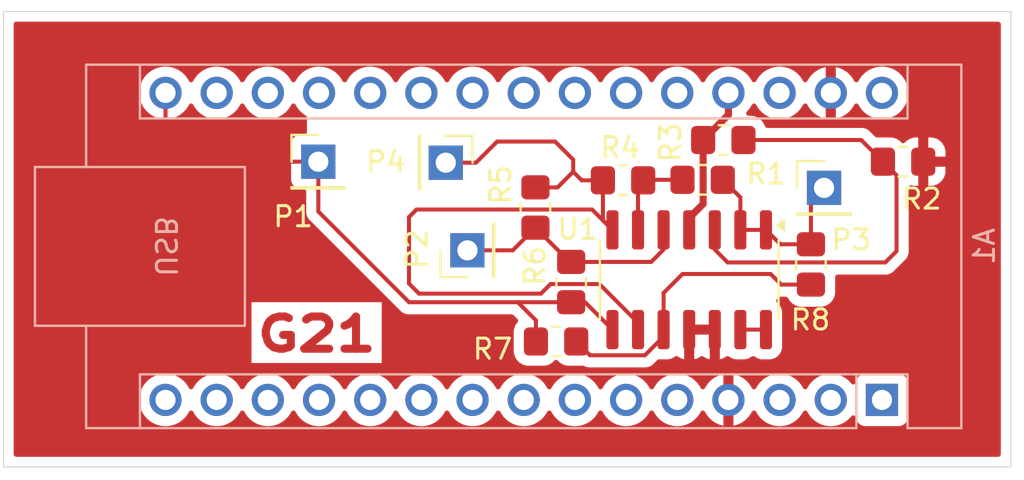
<source format=kicad_pcb>
(kicad_pcb (version 20240108) (generator "pcbnew") (generator_version "8.0")
  (layers (0 "F.Cu" signal) (31 "B.Cu" signal) (34 "B.Paste" user) (35 "F.Paste" user) (36 "B.SilkS" user "B.Silkscreen") (37 "F.SilkS" user "F.Silkscreen") (38 "B.Mask" user) (39 "F.Mask" user) (44 "Edge.Cuts" user))
  (net 0 "")
  (net 2 "+5V")
  (net 7 "GND")
  (net 15 "A0")
  (net 30 "Net-(U1A-+)")
  (net 31 "Net-(U1B--)")
  (net 32 "Net-(U1C-+)")
  (net 33 "Net-(U1D--)")
  (net 34 "Net-(P2-Pin_1)")
  (net 35 "Net-(P3-Pin_1)")
  (net 36 "Net-(P4-Pin_1)")
  (footprint "Resistor_SMD:R_0805_2012Metric_Pad1.20x1.40mm_HandSolder" (layer "F.Cu") (at 50.775 38.325 180)
    (property "Reference" "R4" (at 0.15 1.625 180) (layer "F.SilkS"))
    (property "Value" "1k")
    (fp_line (start -0.227064 0.735) (end 0.227064 0.735) (stroke (width 0.12)) (layer "F.SilkS"))
    (fp_line (start -0.227064 -0.735) (end 0.227064 -0.735) (stroke (width 0.12)) (layer "F.SilkS"))
    (pad "1" smd roundrect (at -1 0 180) (size 1.2 1.4) (layers "F.Cu" "F.Paste" "F.Mask") (roundrect_rratio 0.2083333333) (net 31 "Net-(U1B--)"))
    (pad "2" smd roundrect (at 1 0 180) (size 1.2 1.4) (layers "F.Cu" "F.Paste" "F.Mask") (roundrect_rratio 0.2083333333) (net 36 "Net-(P4-Pin_1)"))
  )
  (footprint "Resistor_SMD:R_0805_2012Metric_Pad1.20x1.40mm_HandSolder" (layer "F.Cu") (at 47.45 46.325 180)
    (property "Reference" "R7" (at 3.15 -0.375 180) (layer "F.SilkS"))
    (property "Value" "10k")
    (fp_line (start -0.227064 0.735) (end 0.227064 0.735) (stroke (width 0.12)) (layer "F.SilkS"))
    (fp_line (start -0.227064 -0.735) (end 0.227064 -0.735) (stroke (width 0.12)) (layer "F.SilkS"))
    (pad "1" smd roundrect (at -1 0 180) (size 1.2 1.4) (layers "F.Cu" "F.Paste" "F.Mask") (roundrect_rratio 0.2083333333) (net 32 "Net-(U1C-+)"))
    (pad "2" smd roundrect (at 1 0 180) (size 1.2 1.4) (layers "F.Cu" "F.Paste" "F.Mask") (roundrect_rratio 0.2083333333) (net 15 "A0"))
  )
  (footprint "Connector_PinHeader_2.54mm:PinHeader_1x01_P2.54mm_Vertical" (layer "F.Cu") (at 60.75 38.7)
    (property "Reference" "P3" (at 1.35 2.575 0) (layer "F.SilkS"))
    (property "Value" "Conn_01x01_Socket")
    (fp_line (start -1.33 -1.33) (end 0 -1.33) (stroke (width 0.12)) (layer "F.SilkS"))
    (fp_line (start -1.33 0) (end -1.33 -1.33) (stroke (width 0.12)) (layer "F.SilkS"))
    (fp_line (start -1.33 1.27) (end -1.33 1.33) (stroke (width 0.12)) (layer "F.SilkS"))
    (fp_line (start -1.33 1.27) (end 1.33 1.27) (stroke (width 0.12)) (layer "F.SilkS"))
    (fp_line (start -1.33 1.33) (end 1.33 1.33) (stroke (width 0.12)) (layer "F.SilkS"))
    (fp_line (start 1.33 1.27) (end 1.33 1.33) (stroke (width 0.12)) (layer "F.SilkS"))
    (pad "1" thru_hole rect (at 0 0) (size 1.7 1.7) (drill 1) (layers "*.Cu" "*.Mask") (net 35 "Net-(P3-Pin_1)"))
  )
  (footprint "Resistor_SMD:R_0805_2012Metric_Pad1.20x1.40mm_HandSolder" (layer "F.Cu") (at 48.2 43.375 90)
    (property "Reference" "R6" (at 0.8 -1.8 -90) (layer "F.SilkS"))
    (property "Value" "1M")
    (fp_line (start -0.227064 -0.735) (end 0.227064 -0.735) (stroke (width 0.12)) (layer "F.SilkS"))
    (fp_line (start -0.227064 0.735) (end 0.227064 0.735) (stroke (width 0.12)) (layer "F.SilkS"))
    (pad "1" smd roundrect (at -1 0 90) (size 1.2 1.4) (layers "F.Cu" "F.Paste" "F.Mask") (roundrect_rratio 0.2083333333) (net 15 "A0"))
    (pad "2" smd roundrect (at 1 0 90) (size 1.2 1.4) (layers "F.Cu" "F.Paste" "F.Mask") (roundrect_rratio 0.2083333333) (net 34 "Net-(P2-Pin_1)"))
  )
  (footprint "Connector_PinHeader_2.54mm:PinHeader_1x01_P2.54mm_Vertical" (layer "F.Cu") (at 35.65 37.4)
    (property "Reference" "P1" (at -1.25 2.725 0) (layer "F.SilkS"))
    (property "Value" "Conn_01x01_Socket")
    (fp_line (start -1.33 -1.33) (end 0 -1.33) (stroke (width 0.12)) (layer "F.SilkS"))
    (fp_line (start -1.33 0) (end -1.33 -1.33) (stroke (width 0.12)) (layer "F.SilkS"))
    (fp_line (start -1.33 1.27) (end -1.33 1.33) (stroke (width 0.12)) (layer "F.SilkS"))
    (fp_line (start -1.33 1.27) (end 1.33 1.27) (stroke (width 0.12)) (layer "F.SilkS"))
    (fp_line (start -1.33 1.33) (end 1.33 1.33) (stroke (width 0.12)) (layer "F.SilkS"))
    (fp_line (start 1.33 1.27) (end 1.33 1.33) (stroke (width 0.12)) (layer "F.SilkS"))
    (pad "1" thru_hole rect (at 0 0) (size 1.7 1.7) (drill 1) (layers "*.Cu" "*.Mask") (net 15 "A0"))
  )
  (footprint "Resistor_SMD:R_0805_2012Metric_Pad1.20x1.40mm_HandSolder" (layer "F.Cu") (at 60.1 42.5 90)
    (property "Reference" "R8" (at -2.75 -0.025 0) (layer "F.SilkS"))
    (property "Value" "10k")
    (fp_line (start -0.227064 -0.735) (end 0.227064 -0.735) (stroke (width 0.12)) (layer "F.SilkS"))
    (fp_line (start -0.227064 0.735) (end 0.227064 0.735) (stroke (width 0.12)) (layer "F.SilkS"))
    (pad "1" smd roundrect (at -1 0 90) (size 1.2 1.4) (layers "F.Cu" "F.Paste" "F.Mask") (roundrect_rratio 0.2083333333) (net 32 "Net-(U1C-+)"))
    (pad "2" smd roundrect (at 1 0 90) (size 1.2 1.4) (layers "F.Cu" "F.Paste" "F.Mask") (roundrect_rratio 0.2083333333) (net 35 "Net-(P3-Pin_1)"))
  )
  (footprint "Resistor_SMD:R_0805_2012Metric_Pad1.20x1.40mm_HandSolder" (layer "F.Cu") (at 64.675 37.4)
    (property "Reference" "R2" (at 0.925001 1.849999 180) (layer "F.SilkS"))
    (property "Value" "10k")
    (fp_line (start -0.227064 -0.735) (end 0.227064 -0.735) (stroke (width 0.12)) (layer "F.SilkS"))
    (fp_line (start -0.227064 0.735) (end 0.227064 0.735) (stroke (width 0.12)) (layer "F.SilkS"))
    (pad "1" smd roundrect (at -1 0) (size 1.2 1.4) (layers "F.Cu" "F.Paste" "F.Mask") (roundrect_rratio 0.2083333333) (net 30 "Net-(U1A-+)"))
    (pad "2" smd roundrect (at 1 0) (size 1.2 1.4) (layers "F.Cu" "F.Paste" "F.Mask") (roundrect_rratio 0.2083333333) (net 7 "GND"))
  )
  (footprint "Connector_PinHeader_2.54mm:PinHeader_1x01_P2.54mm_Vertical" (layer "F.Cu") (at 41.975 37.45 -90)
    (property "Reference" "P4" (at -0.050001 2.974999 180) (layer "F.SilkS"))
    (property "Value" "Conn_01x01_Socket")
    (fp_line (start -1.33 1.33) (end 1.33 1.33) (stroke (width 0.12)) (layer "F.SilkS"))
    (fp_line (start -1.33 1.27) (end -1.33 1.33) (stroke (width 0.12)) (layer "F.SilkS"))
    (fp_line (start -1.33 1.27) (end 1.33 1.27) (stroke (width 0.12)) (layer "F.SilkS"))
    (fp_line (start 1.33 1.27) (end 1.33 1.33) (stroke (width 0.12)) (layer "F.SilkS"))
    (fp_line (start -1.33 0) (end -1.33 -1.33) (stroke (width 0.12)) (layer "F.SilkS"))
    (fp_line (start -1.33 -1.33) (end 0 -1.33) (stroke (width 0.12)) (layer "F.SilkS"))
    (pad "1" thru_hole rect (at 0 0 270) (size 1.7 1.7) (drill 1) (layers "*.Cu" "*.Mask") (net 36 "Net-(P4-Pin_1)"))
  )
  (footprint "Resistor_SMD:R_0805_2012Metric_Pad1.20x1.40mm_HandSolder" (layer "F.Cu") (at 55.75 36.325)
    (property "Reference" "R1" (at 2.125 1.675 0) (layer "F.SilkS"))
    (property "Value" "10k")
    (fp_line (start -0.227064 -0.735) (end 0.227064 -0.735) (stroke (width 0.12)) (layer "F.SilkS"))
    (fp_line (start -0.227064 0.735) (end 0.227064 0.735) (stroke (width 0.12)) (layer "F.SilkS"))
    (pad "1" smd roundrect (at -1 0) (size 1.2 1.4) (layers "F.Cu" "F.Paste" "F.Mask") (roundrect_rratio 0.2083333333) (net 2 "+5V"))
    (pad "2" smd roundrect (at 1 0) (size 1.2 1.4) (layers "F.Cu" "F.Paste" "F.Mask") (roundrect_rratio 0.2083333333) (net 30 "Net-(U1A-+)"))
  )
  (footprint "Resistor_SMD:R_0805_2012Metric_Pad1.20x1.40mm_HandSolder" (layer "F.Cu") (at 54.725 38.3 180)
    (property "Reference" "R3" (at 1.6 1.85 -90) (layer "F.SilkS"))
    (property "Value" "1k")
    (fp_line (start -0.227064 0.735) (end 0.227064 0.735) (stroke (width 0.12)) (layer "F.SilkS"))
    (fp_line (start -0.227064 -0.735) (end 0.227064 -0.735) (stroke (width 0.12)) (layer "F.SilkS"))
    (pad "1" smd roundrect (at -1 0 180) (size 1.2 1.4) (layers "F.Cu" "F.Paste" "F.Mask") (roundrect_rratio 0.2083333333) (net 35 "Net-(P3-Pin_1)"))
    (pad "2" smd roundrect (at 1 0 180) (size 1.2 1.4) (layers "F.Cu" "F.Paste" "F.Mask") (roundrect_rratio 0.2083333333) (net 31 "Net-(U1B--)"))
  )
  (footprint "Resistor_SMD:R_0805_2012Metric_Pad1.20x1.40mm_HandSolder" (layer "F.Cu") (at 46.425 39.675 90)
    (property "Reference" "R5" (at 1.125 -1.725 -90) (layer "F.SilkS"))
    (property "Value" "1M")
    (fp_line (start -0.227064 -0.735) (end 0.227064 -0.735) (stroke (width 0.12)) (layer "F.SilkS"))
    (fp_line (start -0.227064 0.735) (end 0.227064 0.735) (stroke (width 0.12)) (layer "F.SilkS"))
    (pad "1" smd roundrect (at -1 0 90) (size 1.2 1.4) (layers "F.Cu" "F.Paste" "F.Mask") (roundrect_rratio 0.2083333333) (net 34 "Net-(P2-Pin_1)"))
    (pad "2" smd roundrect (at 1 0 90) (size 1.2 1.4) (layers "F.Cu" "F.Paste" "F.Mask") (roundrect_rratio 0.2083333333) (net 36 "Net-(P4-Pin_1)"))
  )
  (footprint "Package_SO:SOIC-14_3.9x8.7mm_P1.27mm" (layer "F.Cu") (at 54.0575 43.26 -90)
    (property "Reference" "U1" (at -2.51 5.5325 180) (layer "F.SilkS"))
    (property "Value" "ADA4622-4ARZ")
    (fp_line (start 0 4.435) (end -1.95 4.435) (stroke (width 0.12)) (layer "F.SilkS"))
    (fp_line (start 0 4.435) (end 1.95 4.435) (stroke (width 0.12)) (layer "F.SilkS"))
    (fp_line (start 0 -4.435) (end -1.95 -4.435) (stroke (width 0.12)) (layer "F.SilkS"))
    (fp_line (start 0 -4.435) (end 1.95 -4.435) (stroke (width 0.12)) (layer "F.SilkS"))
    (fp_poly (pts (xy -2.7 -4.37) (xy -2.94 -4.7) (xy -2.46 -4.7) (xy -2.7 -4.37)) (stroke (width 0.12)) (fill solid) (layer "F.SilkS"))
    (pad "1" smd roundrect (at -2.475 -3.81 270) (size 1.95 0.6) (layers "F.Cu" "F.Paste" "F.Mask") (net 35 "Net-(P3-Pin_1)"))
    (pad "2" smd roundrect (at -2.475 -2.54 270) (size 1.95 0.6) (layers "F.Cu" "F.Paste" "F.Mask") (net 35 "Net-(P3-Pin_1)"))
    (pad "3" smd roundrect (at -2.475 -1.27 270) (size 1.95 0.6) (layers "F.Cu" "F.Paste" "F.Mask") (net 30 "Net-(U1A-+)"))
    (pad "4" smd roundrect (at -2.475 0 270) (size 1.95 0.6) (layers "F.Cu" "F.Paste" "F.Mask") (net 2 "+5V"))
    (pad "5" smd roundrect (at -2.475 1.27 270) (size 1.95 0.6) (layers "F.Cu" "F.Paste" "F.Mask") (net 34 "Net-(P2-Pin_1)"))
    (pad "6" smd roundrect (at -2.475 2.54 270) (size 1.95 0.6) (layers "F.Cu" "F.Paste" "F.Mask") (net 31 "Net-(U1B--)"))
    (pad "7" smd roundrect (at -2.475 3.81 270) (size 1.95 0.6) (layers "F.Cu" "F.Paste" "F.Mask") (net 36 "Net-(P4-Pin_1)"))
    (pad "8" smd roundrect (at 2.475 3.81 270) (size 1.95 0.6) (layers "F.Cu" "F.Paste" "F.Mask") (net 15 "A0"))
    (pad "9" smd roundrect (at 2.475 2.54 270) (size 1.95 0.6) (layers "F.Cu" "F.Paste" "F.Mask") (net 36 "Net-(P4-Pin_1)"))
    (pad "10" smd roundrect (at 2.475 1.27 270) (size 1.95 0.6) (layers "F.Cu" "F.Paste" "F.Mask") (net 32 "Net-(U1C-+)"))
    (pad "11" smd roundrect (at 2.475 0 270) (size 1.95 0.6) (layers "F.Cu" "F.Paste" "F.Mask") (net 7 "GND"))
    (pad "12" smd roundrect (at 2.475 -1.27 270) (size 1.95 0.6) (layers "F.Cu" "F.Paste" "F.Mask") (net 7 "GND"))
    (pad "13" smd roundrect (at 2.475 -2.54 270) (size 1.95 0.6) (layers "F.Cu" "F.Paste" "F.Mask") (net 33 "Net-(U1D--)"))
    (pad "14" smd roundrect (at 2.475 -3.81 270) (size 1.95 0.6) (layers "F.Cu" "F.Paste" "F.Mask") (net 33 "Net-(U1D--)"))
  )
  (footprint "Connector_PinHeader_2.54mm:PinHeader_1x01_P2.54mm_Vertical" (layer "F.Cu") (at 43.05 41.8 90)
    (property "Reference" "P2" (at 0.05 -2.5 -90) (layer "F.SilkS"))
    (property "Value" "Conn_01x01_Socket")
    (fp_line (start -1.33 -1.33) (end 0 -1.33) (stroke (width 0.12)) (layer "F.SilkS"))
    (fp_line (start -1.33 0) (end -1.33 -1.33) (stroke (width 0.12)) (layer "F.SilkS"))
    (fp_line (start 1.33 1.27) (end 1.33 1.33) (stroke (width 0.12)) (layer "F.SilkS"))
    (fp_line (start -1.33 1.27) (end 1.33 1.27) (stroke (width 0.12)) (layer "F.SilkS"))
    (fp_line (start -1.33 1.27) (end -1.33 1.33) (stroke (width 0.12)) (layer "F.SilkS"))
    (fp_line (start -1.33 1.33) (end 1.33 1.33) (stroke (width 0.12)) (layer "F.SilkS"))
    (pad "1" thru_hole rect (at 0 0 90) (size 1.7 1.7) (drill 1) (layers "*.Cu" "*.Mask") (net 34 "Net-(P2-Pin_1)"))
  )
  (footprint "Module:Arduino_Nano" (layer "B.Cu") (at 63.625 49.225 90)
    (property "Reference" "A1" (at 7.62 5.08 -90) (layer "B.SilkS") (effects (justify mirror)))
    (property "Value" "Arduino_Nano_v3.x")
    (fp_line (start 11.56 -42.04) (end 11.56 -31.62) (stroke (width 0.12)) (layer "B.SilkS"))
    (fp_line (start 3.68 -42.04) (end 11.56 -42.04) (stroke (width 0.12)) (layer "B.SilkS"))
    (fp_line (start 11.56 -39.5) (end 16.64 -39.5) (stroke (width 0.12)) (layer "B.SilkS"))
    (fp_line (start 3.68 -39.5) (end -1.4 -39.5) (stroke (width 0.12)) (layer "B.SilkS"))
    (fp_line (start -1.4 -39.5) (end -1.4 -1.27) (stroke (width 0.12)) (layer "B.SilkS"))
    (fp_line (start 16.64 -36.83) (end 13.97 -36.83) (stroke (width 0.12)) (layer "B.SilkS"))
    (fp_line (start 13.97 -36.83) (end 13.97 1.27) (stroke (width 0.12)) (layer "B.SilkS"))
    (fp_line (start 1.27 -36.83) (end 1.27 -1.27) (stroke (width 0.12)) (layer "B.SilkS"))
    (fp_line (start -1.4 -36.83) (end 1.27 -36.83) (stroke (width 0.12)) (layer "B.SilkS"))
    (fp_line (start 11.56 -31.62) (end 3.68 -31.62) (stroke (width 0.12)) (layer "B.SilkS"))
    (fp_line (start 3.68 -31.62) (end 3.68 -42.04) (stroke (width 0.12)) (layer "B.SilkS"))
    (fp_line (start -1.4 -1.27) (end 1.27 -1.27) (stroke (width 0.12)) (layer "B.SilkS"))
    (fp_line (start 16.64 1.27) (end 13.97 1.27) (stroke (width 0.12)) (layer "B.SilkS"))
    (fp_line (start 1.27 1.27) (end 1.27 -1.27) (stroke (width 0.12)) (layer "B.SilkS"))
    (fp_line (start -1.4 1.27) (end 1.27 1.27) (stroke (width 0.12)) (layer "B.SilkS"))
    (fp_line (start -1.4 1.27) (end -1.4 3.94) (stroke (width 0.12)) (layer "B.SilkS"))
    (fp_line (start 16.64 3.94) (end 16.64 -39.5) (stroke (width 0.12)) (layer "B.SilkS"))
    (fp_line (start -1.4 3.94) (end 16.64 3.94) (stroke (width 0.12)) (layer "B.SilkS"))
    (fp_text user "USB" (at 7.62 -35.56 -90) (layer "B.SilkS") (effects (justify mirror)))
    (pad "1" thru_hole rect (at 0 0 90) (size 1.6 1.6) (drill 1) (layers "*.Cu" "*.Mask"))
    (pad "2" thru_hole oval (at 0 -2.54 90) (size 1.6 1.6) (drill 1) (layers "*.Cu" "*.Mask"))
    (pad "3" thru_hole oval (at 0 -5.08 90) (size 1.6 1.6) (drill 1) (layers "*.Cu" "*.Mask"))
    (pad "4" thru_hole oval (at 0 -7.62 90) (size 1.6 1.6) (drill 1) (layers "*.Cu" "*.Mask") (net 7 "GND"))
    (pad "5" thru_hole oval (at 0 -10.16 90) (size 1.6 1.6) (drill 1) (layers "*.Cu" "*.Mask"))
    (pad "6" thru_hole oval (at 0 -12.7 90) (size 1.6 1.6) (drill 1) (layers "*.Cu" "*.Mask"))
    (pad "7" thru_hole oval (at 0 -15.24 90) (size 1.6 1.6) (drill 1) (layers "*.Cu" "*.Mask"))
    (pad "8" thru_hole oval (at 0 -17.78 90) (size 1.6 1.6) (drill 1) (layers "*.Cu" "*.Mask"))
    (pad "9" thru_hole oval (at 0 -20.32 90) (size 1.6 1.6) (drill 1) (layers "*.Cu" "*.Mask"))
    (pad "10" thru_hole oval (at 0 -22.86 90) (size 1.6 1.6) (drill 1) (layers "*.Cu" "*.Mask"))
    (pad "11" thru_hole oval (at 0 -25.4 90) (size 1.6 1.6) (drill 1) (layers "*.Cu" "*.Mask"))
    (pad "12" thru_hole oval (at 0 -27.94 90) (size 1.6 1.6) (drill 1) (layers "*.Cu" "*.Mask"))
    (pad "13" thru_hole oval (at 0 -30.48 90) (size 1.6 1.6) (drill 1) (layers "*.Cu" "*.Mask"))
    (pad "14" thru_hole oval (at 0 -33.02 90) (size 1.6 1.6) (drill 1) (layers "*.Cu" "*.Mask"))
    (pad "15" thru_hole oval (at 0 -35.56 90) (size 1.6 1.6) (drill 1) (layers "*.Cu" "*.Mask"))
    (pad "16" thru_hole oval (at 15.24 -35.56 90) (size 1.6 1.6) (drill 1) (layers "*.Cu" "*.Mask") (net 15 "A0"))
    (pad "17" thru_hole oval (at 15.24 -33.02 90) (size 1.6 1.6) (drill 1) (layers "*.Cu" "*.Mask"))
    (pad "18" thru_hole oval (at 15.24 -30.48 90) (size 1.6 1.6) (drill 1) (layers "*.Cu" "*.Mask"))
    (pad "19" thru_hole oval (at 15.24 -27.94 90) (size 1.6 1.6) (drill 1) (layers "*.Cu" "*.Mask"))
    (pad "20" thru_hole oval (at 15.24 -25.4 90) (size 1.6 1.6) (drill 1) (layers "*.Cu" "*.Mask"))
    (pad "21" thru_hole oval (at 15.24 -22.86 90) (size 1.6 1.6) (drill 1) (layers "*.Cu" "*.Mask"))
    (pad "22" thru_hole oval (at 15.24 -20.32 90) (size 1.6 1.6) (drill 1) (layers "*.Cu" "*.Mask"))
    (pad "23" thru_hole oval (at 15.24 -17.78 90) (size 1.6 1.6) (drill 1) (layers "*.Cu" "*.Mask"))
    (pad "24" thru_hole oval (at 15.24 -15.24 90) (size 1.6 1.6) (drill 1) (layers "*.Cu" "*.Mask"))
    (pad "25" thru_hole oval (at 15.24 -12.7 90) (size 1.6 1.6) (drill 1) (layers "*.Cu" "*.Mask"))
    (pad "26" thru_hole oval (at 15.24 -10.16 90) (size 1.6 1.6) (drill 1) (layers "*.Cu" "*.Mask"))
    (pad "27" thru_hole oval (at 15.24 -7.62 90) (size 1.6 1.6) (drill 1) (layers "*.Cu" "*.Mask") (net 2 "+5V"))
    (pad "28" thru_hole oval (at 15.24 -5.08 90) (size 1.6 1.6) (drill 1) (layers "*.Cu" "*.Mask"))
    (pad "29" thru_hole oval (at 15.24 -2.54 90) (size 1.6 1.6) (drill 1) (layers "*.Cu" "*.Mask") (net 7 "GND"))
    (pad "30" thru_hole oval (at 15.24 0 90) (size 1.6 1.6) (drill 1) (layers "*.Cu" "*.Mask"))
  )
  (gr_rect (start 20.025 29.95) (end 70.025 52.55) (stroke (width 0.05)) (fill none) (layer "Edge.Cuts"))
  (gr_text "G21" (at 32.4 46.9 0) (layer "F.Cu") (effects (font (size 1.6 2) (thickness 0.4) (bold yes)) (justify left bottom)))
  (segment (start 56.005 33.985) (end 56.005 35.07) (width 0.35) (layer "F.Cu") (net 2))
  (segment (start 54.0575 40.785) (end 54.0575 40.1925) (width 0.35) (layer "F.Cu") (net 2))
  (segment (start 54.75 39.5) (end 54.75 36.325) (width 0.35) (layer "F.Cu") (net 2))
  (segment (start 54.0575 40.1925) (end 54.75 39.5) (width 0.35) (layer "F.Cu") (net 2))
  (segment (start 56.005 35.07) (end 54.75 36.325) (width 0.35) (layer "F.Cu") (net 2))
  (segment (start 45.55 44.375) (end 48.2 44.375) (width 0.2) (layer "F.Cu") (net 15))
  (segment (start 35.65 37.4) (end 35.65 39.875) (width 0.2) (layer "F.Cu") (net 15))
  (segment (start 35.65 37.4) (end 32.95 37.4) (width 0.2) (layer "F.Cu") (net 15))
  (segment (start 28.065 35.765) (end 28.065 33.985) (width 0.2) (layer "F.Cu") (net 15))
  (segment (start 40.15 44.375) (end 45.55 44.375) (width 0.2) (layer "F.Cu") (net 15))
  (segment (start 35.65 39.875) (end 40.15 44.375) (width 0.2) (layer "F.Cu") (net 15))
  (segment (start 48.8875 44.375) (end 48.2 44.375) (width 0.2) (layer "F.Cu") (net 15))
  (segment (start 50.2475 45.735) (end 48.8875 44.375) (width 0.2) (layer "F.Cu") (net 15))
  (segment (start 46.45 45.275) (end 45.55 44.375) (width 0.2) (layer "F.Cu") (net 15))
  (segment (start 46.45 46.325) (end 46.45 45.275) (width 0.2) (layer "F.Cu") (net 15))
  (segment (start 28.9 36.6) (end 28.065 35.765) (width 0.2) (layer "F.Cu") (net 15))
  (segment (start 32.15 36.6) (end 28.9 36.6) (width 0.2) (layer "F.Cu") (net 15))
  (segment (start 35.685 37.365) (end 35.65 37.4) (width 0.2) (layer "F.Cu") (net 15))
  (segment (start 32.95 37.4) (end 32.15 36.6) (width 0.2) (layer "F.Cu") (net 15))
  (segment (start 55.3275 41.759999) (end 55.967501 42.4) (width 0.2) (layer "F.Cu") (net 30))
  (segment (start 55.3275 40.785) (end 55.3275 41.759999) (width 0.2) (layer "F.Cu") (net 30))
  (segment (start 63.790685 42.4) (end 64.35 41.840685) (width 0.2) (layer "F.Cu") (net 30))
  (segment (start 55.967501 42.4) (end 63.790685 42.4) (width 0.2) (layer "F.Cu") (net 30))
  (segment (start 64.35 41.840685) (end 64.35 38.075) (width 0.2) (layer "F.Cu") (net 30))
  (segment (start 56.75 36.325) (end 62.6 36.325) (width 0.2) (layer "F.Cu") (net 30))
  (segment (start 62.6 36.325) (end 63.675 37.4) (width 0.2) (layer "F.Cu") (net 30))
  (segment (start 64.35 38.075) (end 63.675 37.4) (width 0.2) (layer "F.Cu") (net 30))
  (segment (start 51.5175 40.785) (end 51.5175 38.5825) (width 0.2) (layer "F.Cu") (net 31))
  (segment (start 53.725 38.3) (end 51.8 38.3) (width 0.2) (layer "F.Cu") (net 31))
  (segment (start 51.5175 38.5825) (end 51.775 38.325) (width 0.2) (layer "F.Cu") (net 31))
  (segment (start 51.8 38.3) (end 51.775 38.325) (width 0.2) (layer "F.Cu") (net 31))
  (segment (start 49.135 47.01) (end 51.858052 47.01) (width 0.2) (layer "F.Cu") (net 32))
  (segment (start 48.45 46.325) (end 49.135 47.01) (width 0.2) (layer "F.Cu") (net 32))
  (segment (start 51.858052 47.01) (end 52.7875 46.080552) (width 0.2) (layer "F.Cu") (net 32))
  (segment (start 52.7875 43.9125) (end 52.7875 45.735) (width 0.2) (layer "F.Cu") (net 32))
  (segment (start 60.1 43.5) (end 58.625 43.5) (width 0.2) (layer "F.Cu") (net 32))
  (segment (start 58.625 43.5) (end 58.1 42.975) (width 0.2) (layer "F.Cu") (net 32))
  (segment (start 58.1 42.975) (end 53.725 42.975) (width 0.2) (layer "F.Cu") (net 32))
  (segment (start 53.725 42.975) (end 52.7875 43.9125) (width 0.2) (layer "F.Cu") (net 32))
  (segment (start 52.7875 46.080552) (end 52.7875 45.735) (width 0.2) (layer "F.Cu") (net 32))
  (segment (start 57.8675 45.735) (end 56.5975 45.735) (width 0.2) (layer "F.Cu") (net 33))
  (segment (start 52.7875 41.759999) (end 52.7875 40.785) (width 0.2) (layer "F.Cu") (net 34))
  (segment (start 45.3 41.8) (end 46.425 40.675) (width 0.2) (layer "F.Cu") (net 34))
  (segment (start 43.05 41.8) (end 45.3 41.8) (width 0.2) (layer "F.Cu") (net 34))
  (segment (start 48.125 42.375) (end 48.2 42.375) (width 0.2) (layer "F.Cu") (net 34))
  (segment (start 46.425 40.675) (end 48.125 42.375) (width 0.2) (layer "F.Cu") (net 34))
  (segment (start 48.2 42.375) (end 52.172499 42.375) (width 0.2) (layer "F.Cu") (net 34))
  (segment (start 52.172499 42.375) (end 52.7875 41.759999) (width 0.2) (layer "F.Cu") (net 34))
  (segment (start 60.275 41.675) (end 60.1 41.5) (width 0.2) (layer "F.Cu") (net 35))
  (segment (start 60.1 41.5) (end 58.5825 41.5) (width 0.2) (layer "F.Cu") (net 35))
  (segment (start 60.1 41.5) (end 60.1 39.35) (width 0.2) (layer "F.Cu") (net 35))
  (segment (start 60.1 39.35) (end 60.75 38.7) (width 0.2) (layer "F.Cu") (net 35))
  (segment (start 55.725 38.3) (end 56.5975 39.1725) (width 0.2) (layer "F.Cu") (net 35))
  (segment (start 56.5975 39.1725) (end 56.5975 40.785) (width 0.2) (layer "F.Cu") (net 35))
  (segment (start 57.8675 40.785) (end 56.5975 40.785) (width 0.2) (layer "F.Cu") (net 35))
  (segment (start 58.5825 41.5) (end 57.8675 40.785) (width 0.2) (layer "F.Cu") (net 35))
  (segment (start 51.5175 45.389448) (end 51.5175 45.735) (width 0.2) (layer "F.Cu") (net 36))
  (segment (start 40.65 43.95) (end 46.7 43.95) (width 0.2) (layer "F.Cu") (net 36))
  (segment (start 40.15 40.15) (end 40.15 43.45) (width 0.2) (layer "F.Cu") (net 36))
  (segment (start 46.425 38.675) (end 47.525 38.675) (width 0.2) (layer "F.Cu") (net 36))
  (segment (start 48.3 37.9) (end 48.725 38.325) (width 0.2) (layer "F.Cu") (net 36))
  (segment (start 49.775 40.3125) (end 50.2475 40.785) (width 0.2) (layer "F.Cu") (net 36))
  (segment (start 46.7 43.95) (end 47.175 43.475) (width 0.2) (layer "F.Cu") (net 36))
  (segment (start 43.475 37.45) (end 44.525 36.4) (width 0.2) (layer "F.Cu") (net 36))
  (segment (start 40.15 43.45) (end 40.65 43.95) (width 0.2) (layer "F.Cu") (net 36))
  (segment (start 41.975 37.45) (end 43.475 37.45) (width 0.2) (layer "F.Cu") (net 36))
  (segment (start 44.525 36.4) (end 47.4 36.4) (width 0.2) (layer "F.Cu") (net 36))
  (segment (start 50.2475 40.785) (end 49.2375 39.775) (width 0.2) (layer "F.Cu") (net 36))
  (segment (start 49.2375 39.775) (end 40.525 39.775) (width 0.2) (layer "F.Cu") (net 36))
  (segment (start 47.4 36.4) (end 48.3 37.3) (width 0.2) (layer "F.Cu") (net 36))
  (segment (start 47.525 38.675) (end 48.3 37.9) (width 0.2) (layer "F.Cu") (net 36))
  (segment (start 49.603052 43.475) (end 51.5175 45.389448) (width 0.2) (layer "F.Cu") (net 36))
  (segment (start 49.775 38.325) (end 49.775 40.3125) (width 0.2) (layer "F.Cu") (net 36))
  (segment (start 48.3 37.3) (end 48.3 37.9) (width 0.2) (layer "F.Cu") (net 36))
  (segment (start 48.725 38.325) (end 49.775 38.325) (width 0.2) (layer "F.Cu") (net 36))
  (segment (start 40.525 39.775) (end 40.15 40.15) (width 0.2) (layer "F.Cu") (net 36))
  (segment (start 47.175 43.475) (end 49.603052 43.475) (width 0.2) (layer "F.Cu") (net 36))
  (zone (net 7) (net_name "GND") (layer "F.Cu") (connect_pads (clearance 0.5)) (min_thickness 0.25) (fill yes (thermal_gap 0.5) (thermal_bridge_width 0.5))
    (polygon (pts (xy 70.15 29.775) (xy 70.7 52.875) (xy 20 53.225) (xy 19.85 29.375)))
  )
)
</source>
